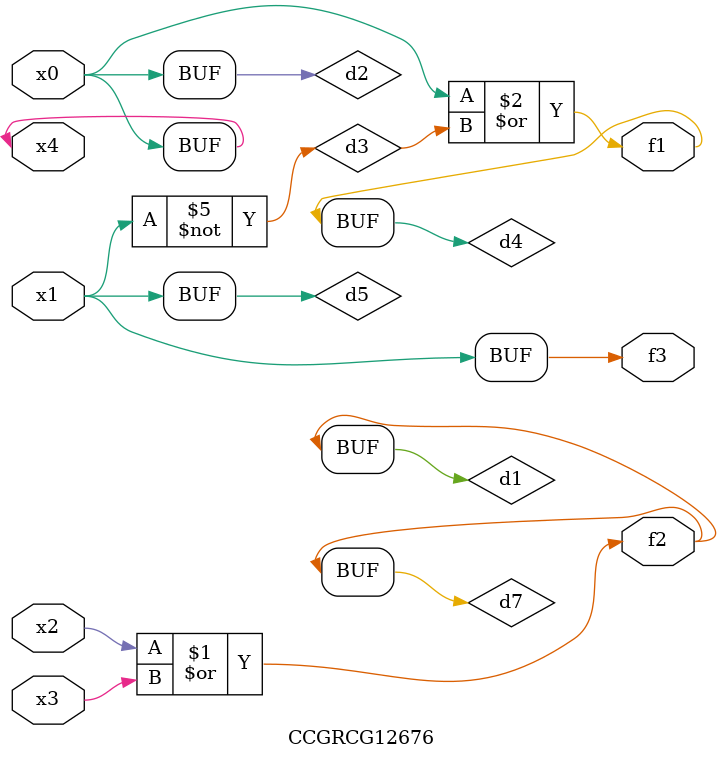
<source format=v>
module CCGRCG12676(
	input x0, x1, x2, x3, x4,
	output f1, f2, f3
);

	wire d1, d2, d3, d4, d5, d6, d7;

	or (d1, x2, x3);
	buf (d2, x0, x4);
	not (d3, x1);
	or (d4, d2, d3);
	not (d5, d3);
	nand (d6, d1, d3);
	or (d7, d1);
	assign f1 = d4;
	assign f2 = d7;
	assign f3 = d5;
endmodule

</source>
